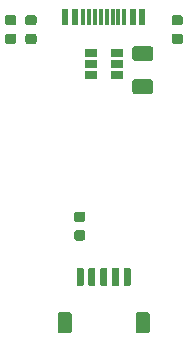
<source format=gbr>
G04 #@! TF.GenerationSoftware,KiCad,Pcbnew,(5.1.5)-3*
G04 #@! TF.CreationDate,2020-04-27T21:47:52+02:00*
G04 #@! TF.ProjectId,unified-usb-pcb_simple,756e6966-6965-4642-9d75-73622d706362,rev?*
G04 #@! TF.SameCoordinates,Original*
G04 #@! TF.FileFunction,Paste,Top*
G04 #@! TF.FilePolarity,Positive*
%FSLAX46Y46*%
G04 Gerber Fmt 4.6, Leading zero omitted, Abs format (unit mm)*
G04 Created by KiCad (PCBNEW (5.1.5)-3) date 2020-04-27 21:47:52*
%MOMM*%
%LPD*%
G04 APERTURE LIST*
%ADD10R,0.600000X1.450000*%
%ADD11R,0.300000X1.450000*%
%ADD12C,0.100000*%
%ADD13R,1.060000X0.650000*%
G04 APERTURE END LIST*
D10*
X27509400Y-25983000D03*
X28309400Y-25983000D03*
X33209400Y-25983000D03*
X34009400Y-25983000D03*
X34009400Y-25983000D03*
X33209400Y-25983000D03*
X28309400Y-25983000D03*
X27509400Y-25983000D03*
D11*
X32509400Y-25983000D03*
X32009400Y-25983000D03*
X31509400Y-25983000D03*
X30509400Y-25983000D03*
X30009400Y-25983000D03*
X29509400Y-25983000D03*
X29009400Y-25983000D03*
X31009400Y-25983000D03*
D12*
G36*
X29005091Y-42464053D02*
G01*
X29026326Y-42467203D01*
X29047150Y-42472419D01*
X29067362Y-42479651D01*
X29086768Y-42488830D01*
X29105181Y-42499866D01*
X29122424Y-42512654D01*
X29138330Y-42527070D01*
X29152746Y-42542976D01*
X29165534Y-42560219D01*
X29176570Y-42578632D01*
X29185749Y-42598038D01*
X29192981Y-42618250D01*
X29198197Y-42639074D01*
X29201347Y-42660309D01*
X29202400Y-42681750D01*
X29202400Y-43119250D01*
X29201347Y-43140691D01*
X29198197Y-43161926D01*
X29192981Y-43182750D01*
X29185749Y-43202962D01*
X29176570Y-43222368D01*
X29165534Y-43240781D01*
X29152746Y-43258024D01*
X29138330Y-43273930D01*
X29122424Y-43288346D01*
X29105181Y-43301134D01*
X29086768Y-43312170D01*
X29067362Y-43321349D01*
X29047150Y-43328581D01*
X29026326Y-43333797D01*
X29005091Y-43336947D01*
X28983650Y-43338000D01*
X28471150Y-43338000D01*
X28449709Y-43336947D01*
X28428474Y-43333797D01*
X28407650Y-43328581D01*
X28387438Y-43321349D01*
X28368032Y-43312170D01*
X28349619Y-43301134D01*
X28332376Y-43288346D01*
X28316470Y-43273930D01*
X28302054Y-43258024D01*
X28289266Y-43240781D01*
X28278230Y-43222368D01*
X28269051Y-43202962D01*
X28261819Y-43182750D01*
X28256603Y-43161926D01*
X28253453Y-43140691D01*
X28252400Y-43119250D01*
X28252400Y-42681750D01*
X28253453Y-42660309D01*
X28256603Y-42639074D01*
X28261819Y-42618250D01*
X28269051Y-42598038D01*
X28278230Y-42578632D01*
X28289266Y-42560219D01*
X28302054Y-42542976D01*
X28316470Y-42527070D01*
X28332376Y-42512654D01*
X28349619Y-42499866D01*
X28368032Y-42488830D01*
X28387438Y-42479651D01*
X28407650Y-42472419D01*
X28428474Y-42467203D01*
X28449709Y-42464053D01*
X28471150Y-42463000D01*
X28983650Y-42463000D01*
X29005091Y-42464053D01*
G37*
G36*
X29005091Y-44039053D02*
G01*
X29026326Y-44042203D01*
X29047150Y-44047419D01*
X29067362Y-44054651D01*
X29086768Y-44063830D01*
X29105181Y-44074866D01*
X29122424Y-44087654D01*
X29138330Y-44102070D01*
X29152746Y-44117976D01*
X29165534Y-44135219D01*
X29176570Y-44153632D01*
X29185749Y-44173038D01*
X29192981Y-44193250D01*
X29198197Y-44214074D01*
X29201347Y-44235309D01*
X29202400Y-44256750D01*
X29202400Y-44694250D01*
X29201347Y-44715691D01*
X29198197Y-44736926D01*
X29192981Y-44757750D01*
X29185749Y-44777962D01*
X29176570Y-44797368D01*
X29165534Y-44815781D01*
X29152746Y-44833024D01*
X29138330Y-44848930D01*
X29122424Y-44863346D01*
X29105181Y-44876134D01*
X29086768Y-44887170D01*
X29067362Y-44896349D01*
X29047150Y-44903581D01*
X29026326Y-44908797D01*
X29005091Y-44911947D01*
X28983650Y-44913000D01*
X28471150Y-44913000D01*
X28449709Y-44911947D01*
X28428474Y-44908797D01*
X28407650Y-44903581D01*
X28387438Y-44896349D01*
X28368032Y-44887170D01*
X28349619Y-44876134D01*
X28332376Y-44863346D01*
X28316470Y-44848930D01*
X28302054Y-44833024D01*
X28289266Y-44815781D01*
X28278230Y-44797368D01*
X28269051Y-44777962D01*
X28261819Y-44757750D01*
X28256603Y-44736926D01*
X28253453Y-44715691D01*
X28252400Y-44694250D01*
X28252400Y-44256750D01*
X28253453Y-44235309D01*
X28256603Y-44214074D01*
X28261819Y-44193250D01*
X28269051Y-44173038D01*
X28278230Y-44153632D01*
X28289266Y-44135219D01*
X28302054Y-44117976D01*
X28316470Y-44102070D01*
X28332376Y-44087654D01*
X28349619Y-44074866D01*
X28368032Y-44063830D01*
X28387438Y-44054651D01*
X28407650Y-44047419D01*
X28428474Y-44042203D01*
X28449709Y-44039053D01*
X28471150Y-44038000D01*
X28983650Y-44038000D01*
X29005091Y-44039053D01*
G37*
G36*
X34433905Y-50964204D02*
G01*
X34458173Y-50967804D01*
X34481972Y-50973765D01*
X34505071Y-50982030D01*
X34527250Y-50992520D01*
X34548293Y-51005132D01*
X34567999Y-51019747D01*
X34586177Y-51036223D01*
X34602653Y-51054401D01*
X34617268Y-51074107D01*
X34629880Y-51095150D01*
X34640370Y-51117329D01*
X34648635Y-51140428D01*
X34654596Y-51164227D01*
X34658196Y-51188495D01*
X34659400Y-51212999D01*
X34659400Y-52513001D01*
X34658196Y-52537505D01*
X34654596Y-52561773D01*
X34648635Y-52585572D01*
X34640370Y-52608671D01*
X34629880Y-52630850D01*
X34617268Y-52651893D01*
X34602653Y-52671599D01*
X34586177Y-52689777D01*
X34567999Y-52706253D01*
X34548293Y-52720868D01*
X34527250Y-52733480D01*
X34505071Y-52743970D01*
X34481972Y-52752235D01*
X34458173Y-52758196D01*
X34433905Y-52761796D01*
X34409401Y-52763000D01*
X33709399Y-52763000D01*
X33684895Y-52761796D01*
X33660627Y-52758196D01*
X33636828Y-52752235D01*
X33613729Y-52743970D01*
X33591550Y-52733480D01*
X33570507Y-52720868D01*
X33550801Y-52706253D01*
X33532623Y-52689777D01*
X33516147Y-52671599D01*
X33501532Y-52651893D01*
X33488920Y-52630850D01*
X33478430Y-52608671D01*
X33470165Y-52585572D01*
X33464204Y-52561773D01*
X33460604Y-52537505D01*
X33459400Y-52513001D01*
X33459400Y-51212999D01*
X33460604Y-51188495D01*
X33464204Y-51164227D01*
X33470165Y-51140428D01*
X33478430Y-51117329D01*
X33488920Y-51095150D01*
X33501532Y-51074107D01*
X33516147Y-51054401D01*
X33532623Y-51036223D01*
X33550801Y-51019747D01*
X33570507Y-51005132D01*
X33591550Y-50992520D01*
X33613729Y-50982030D01*
X33636828Y-50973765D01*
X33660627Y-50967804D01*
X33684895Y-50964204D01*
X33709399Y-50963000D01*
X34409401Y-50963000D01*
X34433905Y-50964204D01*
G37*
G36*
X27833905Y-50964204D02*
G01*
X27858173Y-50967804D01*
X27881972Y-50973765D01*
X27905071Y-50982030D01*
X27927250Y-50992520D01*
X27948293Y-51005132D01*
X27967999Y-51019747D01*
X27986177Y-51036223D01*
X28002653Y-51054401D01*
X28017268Y-51074107D01*
X28029880Y-51095150D01*
X28040370Y-51117329D01*
X28048635Y-51140428D01*
X28054596Y-51164227D01*
X28058196Y-51188495D01*
X28059400Y-51212999D01*
X28059400Y-52513001D01*
X28058196Y-52537505D01*
X28054596Y-52561773D01*
X28048635Y-52585572D01*
X28040370Y-52608671D01*
X28029880Y-52630850D01*
X28017268Y-52651893D01*
X28002653Y-52671599D01*
X27986177Y-52689777D01*
X27967999Y-52706253D01*
X27948293Y-52720868D01*
X27927250Y-52733480D01*
X27905071Y-52743970D01*
X27881972Y-52752235D01*
X27858173Y-52758196D01*
X27833905Y-52761796D01*
X27809401Y-52763000D01*
X27109399Y-52763000D01*
X27084895Y-52761796D01*
X27060627Y-52758196D01*
X27036828Y-52752235D01*
X27013729Y-52743970D01*
X26991550Y-52733480D01*
X26970507Y-52720868D01*
X26950801Y-52706253D01*
X26932623Y-52689777D01*
X26916147Y-52671599D01*
X26901532Y-52651893D01*
X26888920Y-52630850D01*
X26878430Y-52608671D01*
X26870165Y-52585572D01*
X26864204Y-52561773D01*
X26860604Y-52537505D01*
X26859400Y-52513001D01*
X26859400Y-51212999D01*
X26860604Y-51188495D01*
X26864204Y-51164227D01*
X26870165Y-51140428D01*
X26878430Y-51117329D01*
X26888920Y-51095150D01*
X26901532Y-51074107D01*
X26916147Y-51054401D01*
X26932623Y-51036223D01*
X26950801Y-51019747D01*
X26970507Y-51005132D01*
X26991550Y-50992520D01*
X27013729Y-50982030D01*
X27036828Y-50973765D01*
X27060627Y-50967804D01*
X27084895Y-50964204D01*
X27109399Y-50963000D01*
X27809401Y-50963000D01*
X27833905Y-50964204D01*
G37*
G36*
X32924103Y-47213722D02*
G01*
X32938664Y-47215882D01*
X32952943Y-47219459D01*
X32966803Y-47224418D01*
X32980110Y-47230712D01*
X32992736Y-47238280D01*
X33004559Y-47247048D01*
X33015466Y-47256934D01*
X33025352Y-47267841D01*
X33034120Y-47279664D01*
X33041688Y-47292290D01*
X33047982Y-47305597D01*
X33052941Y-47319457D01*
X33056518Y-47333736D01*
X33058678Y-47348297D01*
X33059400Y-47363000D01*
X33059400Y-48613000D01*
X33058678Y-48627703D01*
X33056518Y-48642264D01*
X33052941Y-48656543D01*
X33047982Y-48670403D01*
X33041688Y-48683710D01*
X33034120Y-48696336D01*
X33025352Y-48708159D01*
X33015466Y-48719066D01*
X33004559Y-48728952D01*
X32992736Y-48737720D01*
X32980110Y-48745288D01*
X32966803Y-48751582D01*
X32952943Y-48756541D01*
X32938664Y-48760118D01*
X32924103Y-48762278D01*
X32909400Y-48763000D01*
X32609400Y-48763000D01*
X32594697Y-48762278D01*
X32580136Y-48760118D01*
X32565857Y-48756541D01*
X32551997Y-48751582D01*
X32538690Y-48745288D01*
X32526064Y-48737720D01*
X32514241Y-48728952D01*
X32503334Y-48719066D01*
X32493448Y-48708159D01*
X32484680Y-48696336D01*
X32477112Y-48683710D01*
X32470818Y-48670403D01*
X32465859Y-48656543D01*
X32462282Y-48642264D01*
X32460122Y-48627703D01*
X32459400Y-48613000D01*
X32459400Y-47363000D01*
X32460122Y-47348297D01*
X32462282Y-47333736D01*
X32465859Y-47319457D01*
X32470818Y-47305597D01*
X32477112Y-47292290D01*
X32484680Y-47279664D01*
X32493448Y-47267841D01*
X32503334Y-47256934D01*
X32514241Y-47247048D01*
X32526064Y-47238280D01*
X32538690Y-47230712D01*
X32551997Y-47224418D01*
X32565857Y-47219459D01*
X32580136Y-47215882D01*
X32594697Y-47213722D01*
X32609400Y-47213000D01*
X32909400Y-47213000D01*
X32924103Y-47213722D01*
G37*
G36*
X31924103Y-47213722D02*
G01*
X31938664Y-47215882D01*
X31952943Y-47219459D01*
X31966803Y-47224418D01*
X31980110Y-47230712D01*
X31992736Y-47238280D01*
X32004559Y-47247048D01*
X32015466Y-47256934D01*
X32025352Y-47267841D01*
X32034120Y-47279664D01*
X32041688Y-47292290D01*
X32047982Y-47305597D01*
X32052941Y-47319457D01*
X32056518Y-47333736D01*
X32058678Y-47348297D01*
X32059400Y-47363000D01*
X32059400Y-48613000D01*
X32058678Y-48627703D01*
X32056518Y-48642264D01*
X32052941Y-48656543D01*
X32047982Y-48670403D01*
X32041688Y-48683710D01*
X32034120Y-48696336D01*
X32025352Y-48708159D01*
X32015466Y-48719066D01*
X32004559Y-48728952D01*
X31992736Y-48737720D01*
X31980110Y-48745288D01*
X31966803Y-48751582D01*
X31952943Y-48756541D01*
X31938664Y-48760118D01*
X31924103Y-48762278D01*
X31909400Y-48763000D01*
X31609400Y-48763000D01*
X31594697Y-48762278D01*
X31580136Y-48760118D01*
X31565857Y-48756541D01*
X31551997Y-48751582D01*
X31538690Y-48745288D01*
X31526064Y-48737720D01*
X31514241Y-48728952D01*
X31503334Y-48719066D01*
X31493448Y-48708159D01*
X31484680Y-48696336D01*
X31477112Y-48683710D01*
X31470818Y-48670403D01*
X31465859Y-48656543D01*
X31462282Y-48642264D01*
X31460122Y-48627703D01*
X31459400Y-48613000D01*
X31459400Y-47363000D01*
X31460122Y-47348297D01*
X31462282Y-47333736D01*
X31465859Y-47319457D01*
X31470818Y-47305597D01*
X31477112Y-47292290D01*
X31484680Y-47279664D01*
X31493448Y-47267841D01*
X31503334Y-47256934D01*
X31514241Y-47247048D01*
X31526064Y-47238280D01*
X31538690Y-47230712D01*
X31551997Y-47224418D01*
X31565857Y-47219459D01*
X31580136Y-47215882D01*
X31594697Y-47213722D01*
X31609400Y-47213000D01*
X31909400Y-47213000D01*
X31924103Y-47213722D01*
G37*
G36*
X30924103Y-47213722D02*
G01*
X30938664Y-47215882D01*
X30952943Y-47219459D01*
X30966803Y-47224418D01*
X30980110Y-47230712D01*
X30992736Y-47238280D01*
X31004559Y-47247048D01*
X31015466Y-47256934D01*
X31025352Y-47267841D01*
X31034120Y-47279664D01*
X31041688Y-47292290D01*
X31047982Y-47305597D01*
X31052941Y-47319457D01*
X31056518Y-47333736D01*
X31058678Y-47348297D01*
X31059400Y-47363000D01*
X31059400Y-48613000D01*
X31058678Y-48627703D01*
X31056518Y-48642264D01*
X31052941Y-48656543D01*
X31047982Y-48670403D01*
X31041688Y-48683710D01*
X31034120Y-48696336D01*
X31025352Y-48708159D01*
X31015466Y-48719066D01*
X31004559Y-48728952D01*
X30992736Y-48737720D01*
X30980110Y-48745288D01*
X30966803Y-48751582D01*
X30952943Y-48756541D01*
X30938664Y-48760118D01*
X30924103Y-48762278D01*
X30909400Y-48763000D01*
X30609400Y-48763000D01*
X30594697Y-48762278D01*
X30580136Y-48760118D01*
X30565857Y-48756541D01*
X30551997Y-48751582D01*
X30538690Y-48745288D01*
X30526064Y-48737720D01*
X30514241Y-48728952D01*
X30503334Y-48719066D01*
X30493448Y-48708159D01*
X30484680Y-48696336D01*
X30477112Y-48683710D01*
X30470818Y-48670403D01*
X30465859Y-48656543D01*
X30462282Y-48642264D01*
X30460122Y-48627703D01*
X30459400Y-48613000D01*
X30459400Y-47363000D01*
X30460122Y-47348297D01*
X30462282Y-47333736D01*
X30465859Y-47319457D01*
X30470818Y-47305597D01*
X30477112Y-47292290D01*
X30484680Y-47279664D01*
X30493448Y-47267841D01*
X30503334Y-47256934D01*
X30514241Y-47247048D01*
X30526064Y-47238280D01*
X30538690Y-47230712D01*
X30551997Y-47224418D01*
X30565857Y-47219459D01*
X30580136Y-47215882D01*
X30594697Y-47213722D01*
X30609400Y-47213000D01*
X30909400Y-47213000D01*
X30924103Y-47213722D01*
G37*
G36*
X29924103Y-47213722D02*
G01*
X29938664Y-47215882D01*
X29952943Y-47219459D01*
X29966803Y-47224418D01*
X29980110Y-47230712D01*
X29992736Y-47238280D01*
X30004559Y-47247048D01*
X30015466Y-47256934D01*
X30025352Y-47267841D01*
X30034120Y-47279664D01*
X30041688Y-47292290D01*
X30047982Y-47305597D01*
X30052941Y-47319457D01*
X30056518Y-47333736D01*
X30058678Y-47348297D01*
X30059400Y-47363000D01*
X30059400Y-48613000D01*
X30058678Y-48627703D01*
X30056518Y-48642264D01*
X30052941Y-48656543D01*
X30047982Y-48670403D01*
X30041688Y-48683710D01*
X30034120Y-48696336D01*
X30025352Y-48708159D01*
X30015466Y-48719066D01*
X30004559Y-48728952D01*
X29992736Y-48737720D01*
X29980110Y-48745288D01*
X29966803Y-48751582D01*
X29952943Y-48756541D01*
X29938664Y-48760118D01*
X29924103Y-48762278D01*
X29909400Y-48763000D01*
X29609400Y-48763000D01*
X29594697Y-48762278D01*
X29580136Y-48760118D01*
X29565857Y-48756541D01*
X29551997Y-48751582D01*
X29538690Y-48745288D01*
X29526064Y-48737720D01*
X29514241Y-48728952D01*
X29503334Y-48719066D01*
X29493448Y-48708159D01*
X29484680Y-48696336D01*
X29477112Y-48683710D01*
X29470818Y-48670403D01*
X29465859Y-48656543D01*
X29462282Y-48642264D01*
X29460122Y-48627703D01*
X29459400Y-48613000D01*
X29459400Y-47363000D01*
X29460122Y-47348297D01*
X29462282Y-47333736D01*
X29465859Y-47319457D01*
X29470818Y-47305597D01*
X29477112Y-47292290D01*
X29484680Y-47279664D01*
X29493448Y-47267841D01*
X29503334Y-47256934D01*
X29514241Y-47247048D01*
X29526064Y-47238280D01*
X29538690Y-47230712D01*
X29551997Y-47224418D01*
X29565857Y-47219459D01*
X29580136Y-47215882D01*
X29594697Y-47213722D01*
X29609400Y-47213000D01*
X29909400Y-47213000D01*
X29924103Y-47213722D01*
G37*
G36*
X28924103Y-47213722D02*
G01*
X28938664Y-47215882D01*
X28952943Y-47219459D01*
X28966803Y-47224418D01*
X28980110Y-47230712D01*
X28992736Y-47238280D01*
X29004559Y-47247048D01*
X29015466Y-47256934D01*
X29025352Y-47267841D01*
X29034120Y-47279664D01*
X29041688Y-47292290D01*
X29047982Y-47305597D01*
X29052941Y-47319457D01*
X29056518Y-47333736D01*
X29058678Y-47348297D01*
X29059400Y-47363000D01*
X29059400Y-48613000D01*
X29058678Y-48627703D01*
X29056518Y-48642264D01*
X29052941Y-48656543D01*
X29047982Y-48670403D01*
X29041688Y-48683710D01*
X29034120Y-48696336D01*
X29025352Y-48708159D01*
X29015466Y-48719066D01*
X29004559Y-48728952D01*
X28992736Y-48737720D01*
X28980110Y-48745288D01*
X28966803Y-48751582D01*
X28952943Y-48756541D01*
X28938664Y-48760118D01*
X28924103Y-48762278D01*
X28909400Y-48763000D01*
X28609400Y-48763000D01*
X28594697Y-48762278D01*
X28580136Y-48760118D01*
X28565857Y-48756541D01*
X28551997Y-48751582D01*
X28538690Y-48745288D01*
X28526064Y-48737720D01*
X28514241Y-48728952D01*
X28503334Y-48719066D01*
X28493448Y-48708159D01*
X28484680Y-48696336D01*
X28477112Y-48683710D01*
X28470818Y-48670403D01*
X28465859Y-48656543D01*
X28462282Y-48642264D01*
X28460122Y-48627703D01*
X28459400Y-48613000D01*
X28459400Y-47363000D01*
X28460122Y-47348297D01*
X28462282Y-47333736D01*
X28465859Y-47319457D01*
X28470818Y-47305597D01*
X28477112Y-47292290D01*
X28484680Y-47279664D01*
X28493448Y-47267841D01*
X28503334Y-47256934D01*
X28514241Y-47247048D01*
X28526064Y-47238280D01*
X28538690Y-47230712D01*
X28551997Y-47224418D01*
X28565857Y-47219459D01*
X28580136Y-47215882D01*
X28594697Y-47213722D01*
X28609400Y-47213000D01*
X28909400Y-47213000D01*
X28924103Y-47213722D01*
G37*
G36*
X37260091Y-25827053D02*
G01*
X37281326Y-25830203D01*
X37302150Y-25835419D01*
X37322362Y-25842651D01*
X37341768Y-25851830D01*
X37360181Y-25862866D01*
X37377424Y-25875654D01*
X37393330Y-25890070D01*
X37407746Y-25905976D01*
X37420534Y-25923219D01*
X37431570Y-25941632D01*
X37440749Y-25961038D01*
X37447981Y-25981250D01*
X37453197Y-26002074D01*
X37456347Y-26023309D01*
X37457400Y-26044750D01*
X37457400Y-26482250D01*
X37456347Y-26503691D01*
X37453197Y-26524926D01*
X37447981Y-26545750D01*
X37440749Y-26565962D01*
X37431570Y-26585368D01*
X37420534Y-26603781D01*
X37407746Y-26621024D01*
X37393330Y-26636930D01*
X37377424Y-26651346D01*
X37360181Y-26664134D01*
X37341768Y-26675170D01*
X37322362Y-26684349D01*
X37302150Y-26691581D01*
X37281326Y-26696797D01*
X37260091Y-26699947D01*
X37238650Y-26701000D01*
X36726150Y-26701000D01*
X36704709Y-26699947D01*
X36683474Y-26696797D01*
X36662650Y-26691581D01*
X36642438Y-26684349D01*
X36623032Y-26675170D01*
X36604619Y-26664134D01*
X36587376Y-26651346D01*
X36571470Y-26636930D01*
X36557054Y-26621024D01*
X36544266Y-26603781D01*
X36533230Y-26585368D01*
X36524051Y-26565962D01*
X36516819Y-26545750D01*
X36511603Y-26524926D01*
X36508453Y-26503691D01*
X36507400Y-26482250D01*
X36507400Y-26044750D01*
X36508453Y-26023309D01*
X36511603Y-26002074D01*
X36516819Y-25981250D01*
X36524051Y-25961038D01*
X36533230Y-25941632D01*
X36544266Y-25923219D01*
X36557054Y-25905976D01*
X36571470Y-25890070D01*
X36587376Y-25875654D01*
X36604619Y-25862866D01*
X36623032Y-25851830D01*
X36642438Y-25842651D01*
X36662650Y-25835419D01*
X36683474Y-25830203D01*
X36704709Y-25827053D01*
X36726150Y-25826000D01*
X37238650Y-25826000D01*
X37260091Y-25827053D01*
G37*
G36*
X37260091Y-27402053D02*
G01*
X37281326Y-27405203D01*
X37302150Y-27410419D01*
X37322362Y-27417651D01*
X37341768Y-27426830D01*
X37360181Y-27437866D01*
X37377424Y-27450654D01*
X37393330Y-27465070D01*
X37407746Y-27480976D01*
X37420534Y-27498219D01*
X37431570Y-27516632D01*
X37440749Y-27536038D01*
X37447981Y-27556250D01*
X37453197Y-27577074D01*
X37456347Y-27598309D01*
X37457400Y-27619750D01*
X37457400Y-28057250D01*
X37456347Y-28078691D01*
X37453197Y-28099926D01*
X37447981Y-28120750D01*
X37440749Y-28140962D01*
X37431570Y-28160368D01*
X37420534Y-28178781D01*
X37407746Y-28196024D01*
X37393330Y-28211930D01*
X37377424Y-28226346D01*
X37360181Y-28239134D01*
X37341768Y-28250170D01*
X37322362Y-28259349D01*
X37302150Y-28266581D01*
X37281326Y-28271797D01*
X37260091Y-28274947D01*
X37238650Y-28276000D01*
X36726150Y-28276000D01*
X36704709Y-28274947D01*
X36683474Y-28271797D01*
X36662650Y-28266581D01*
X36642438Y-28259349D01*
X36623032Y-28250170D01*
X36604619Y-28239134D01*
X36587376Y-28226346D01*
X36571470Y-28211930D01*
X36557054Y-28196024D01*
X36544266Y-28178781D01*
X36533230Y-28160368D01*
X36524051Y-28140962D01*
X36516819Y-28120750D01*
X36511603Y-28099926D01*
X36508453Y-28078691D01*
X36507400Y-28057250D01*
X36507400Y-27619750D01*
X36508453Y-27598309D01*
X36511603Y-27577074D01*
X36516819Y-27556250D01*
X36524051Y-27536038D01*
X36533230Y-27516632D01*
X36544266Y-27498219D01*
X36557054Y-27480976D01*
X36571470Y-27465070D01*
X36587376Y-27450654D01*
X36604619Y-27437866D01*
X36623032Y-27426830D01*
X36642438Y-27417651D01*
X36662650Y-27410419D01*
X36683474Y-27405203D01*
X36704709Y-27402053D01*
X36726150Y-27401000D01*
X37238650Y-27401000D01*
X37260091Y-27402053D01*
G37*
G36*
X24877591Y-25827053D02*
G01*
X24898826Y-25830203D01*
X24919650Y-25835419D01*
X24939862Y-25842651D01*
X24959268Y-25851830D01*
X24977681Y-25862866D01*
X24994924Y-25875654D01*
X25010830Y-25890070D01*
X25025246Y-25905976D01*
X25038034Y-25923219D01*
X25049070Y-25941632D01*
X25058249Y-25961038D01*
X25065481Y-25981250D01*
X25070697Y-26002074D01*
X25073847Y-26023309D01*
X25074900Y-26044750D01*
X25074900Y-26482250D01*
X25073847Y-26503691D01*
X25070697Y-26524926D01*
X25065481Y-26545750D01*
X25058249Y-26565962D01*
X25049070Y-26585368D01*
X25038034Y-26603781D01*
X25025246Y-26621024D01*
X25010830Y-26636930D01*
X24994924Y-26651346D01*
X24977681Y-26664134D01*
X24959268Y-26675170D01*
X24939862Y-26684349D01*
X24919650Y-26691581D01*
X24898826Y-26696797D01*
X24877591Y-26699947D01*
X24856150Y-26701000D01*
X24343650Y-26701000D01*
X24322209Y-26699947D01*
X24300974Y-26696797D01*
X24280150Y-26691581D01*
X24259938Y-26684349D01*
X24240532Y-26675170D01*
X24222119Y-26664134D01*
X24204876Y-26651346D01*
X24188970Y-26636930D01*
X24174554Y-26621024D01*
X24161766Y-26603781D01*
X24150730Y-26585368D01*
X24141551Y-26565962D01*
X24134319Y-26545750D01*
X24129103Y-26524926D01*
X24125953Y-26503691D01*
X24124900Y-26482250D01*
X24124900Y-26044750D01*
X24125953Y-26023309D01*
X24129103Y-26002074D01*
X24134319Y-25981250D01*
X24141551Y-25961038D01*
X24150730Y-25941632D01*
X24161766Y-25923219D01*
X24174554Y-25905976D01*
X24188970Y-25890070D01*
X24204876Y-25875654D01*
X24222119Y-25862866D01*
X24240532Y-25851830D01*
X24259938Y-25842651D01*
X24280150Y-25835419D01*
X24300974Y-25830203D01*
X24322209Y-25827053D01*
X24343650Y-25826000D01*
X24856150Y-25826000D01*
X24877591Y-25827053D01*
G37*
G36*
X24877591Y-27402053D02*
G01*
X24898826Y-27405203D01*
X24919650Y-27410419D01*
X24939862Y-27417651D01*
X24959268Y-27426830D01*
X24977681Y-27437866D01*
X24994924Y-27450654D01*
X25010830Y-27465070D01*
X25025246Y-27480976D01*
X25038034Y-27498219D01*
X25049070Y-27516632D01*
X25058249Y-27536038D01*
X25065481Y-27556250D01*
X25070697Y-27577074D01*
X25073847Y-27598309D01*
X25074900Y-27619750D01*
X25074900Y-28057250D01*
X25073847Y-28078691D01*
X25070697Y-28099926D01*
X25065481Y-28120750D01*
X25058249Y-28140962D01*
X25049070Y-28160368D01*
X25038034Y-28178781D01*
X25025246Y-28196024D01*
X25010830Y-28211930D01*
X24994924Y-28226346D01*
X24977681Y-28239134D01*
X24959268Y-28250170D01*
X24939862Y-28259349D01*
X24919650Y-28266581D01*
X24898826Y-28271797D01*
X24877591Y-28274947D01*
X24856150Y-28276000D01*
X24343650Y-28276000D01*
X24322209Y-28274947D01*
X24300974Y-28271797D01*
X24280150Y-28266581D01*
X24259938Y-28259349D01*
X24240532Y-28250170D01*
X24222119Y-28239134D01*
X24204876Y-28226346D01*
X24188970Y-28211930D01*
X24174554Y-28196024D01*
X24161766Y-28178781D01*
X24150730Y-28160368D01*
X24141551Y-28140962D01*
X24134319Y-28120750D01*
X24129103Y-28099926D01*
X24125953Y-28078691D01*
X24124900Y-28057250D01*
X24124900Y-27619750D01*
X24125953Y-27598309D01*
X24129103Y-27577074D01*
X24134319Y-27556250D01*
X24141551Y-27536038D01*
X24150730Y-27516632D01*
X24161766Y-27498219D01*
X24174554Y-27480976D01*
X24188970Y-27465070D01*
X24204876Y-27450654D01*
X24222119Y-27437866D01*
X24240532Y-27426830D01*
X24259938Y-27417651D01*
X24280150Y-27410419D01*
X24300974Y-27405203D01*
X24322209Y-27402053D01*
X24343650Y-27401000D01*
X24856150Y-27401000D01*
X24877591Y-27402053D01*
G37*
D13*
X31859400Y-29972000D03*
X31859400Y-29022000D03*
X31859400Y-30922000D03*
X29659400Y-30922000D03*
X29659400Y-29972000D03*
X29659400Y-29022000D03*
D12*
G36*
X23163091Y-25827053D02*
G01*
X23184326Y-25830203D01*
X23205150Y-25835419D01*
X23225362Y-25842651D01*
X23244768Y-25851830D01*
X23263181Y-25862866D01*
X23280424Y-25875654D01*
X23296330Y-25890070D01*
X23310746Y-25905976D01*
X23323534Y-25923219D01*
X23334570Y-25941632D01*
X23343749Y-25961038D01*
X23350981Y-25981250D01*
X23356197Y-26002074D01*
X23359347Y-26023309D01*
X23360400Y-26044750D01*
X23360400Y-26482250D01*
X23359347Y-26503691D01*
X23356197Y-26524926D01*
X23350981Y-26545750D01*
X23343749Y-26565962D01*
X23334570Y-26585368D01*
X23323534Y-26603781D01*
X23310746Y-26621024D01*
X23296330Y-26636930D01*
X23280424Y-26651346D01*
X23263181Y-26664134D01*
X23244768Y-26675170D01*
X23225362Y-26684349D01*
X23205150Y-26691581D01*
X23184326Y-26696797D01*
X23163091Y-26699947D01*
X23141650Y-26701000D01*
X22629150Y-26701000D01*
X22607709Y-26699947D01*
X22586474Y-26696797D01*
X22565650Y-26691581D01*
X22545438Y-26684349D01*
X22526032Y-26675170D01*
X22507619Y-26664134D01*
X22490376Y-26651346D01*
X22474470Y-26636930D01*
X22460054Y-26621024D01*
X22447266Y-26603781D01*
X22436230Y-26585368D01*
X22427051Y-26565962D01*
X22419819Y-26545750D01*
X22414603Y-26524926D01*
X22411453Y-26503691D01*
X22410400Y-26482250D01*
X22410400Y-26044750D01*
X22411453Y-26023309D01*
X22414603Y-26002074D01*
X22419819Y-25981250D01*
X22427051Y-25961038D01*
X22436230Y-25941632D01*
X22447266Y-25923219D01*
X22460054Y-25905976D01*
X22474470Y-25890070D01*
X22490376Y-25875654D01*
X22507619Y-25862866D01*
X22526032Y-25851830D01*
X22545438Y-25842651D01*
X22565650Y-25835419D01*
X22586474Y-25830203D01*
X22607709Y-25827053D01*
X22629150Y-25826000D01*
X23141650Y-25826000D01*
X23163091Y-25827053D01*
G37*
G36*
X23163091Y-27402053D02*
G01*
X23184326Y-27405203D01*
X23205150Y-27410419D01*
X23225362Y-27417651D01*
X23244768Y-27426830D01*
X23263181Y-27437866D01*
X23280424Y-27450654D01*
X23296330Y-27465070D01*
X23310746Y-27480976D01*
X23323534Y-27498219D01*
X23334570Y-27516632D01*
X23343749Y-27536038D01*
X23350981Y-27556250D01*
X23356197Y-27577074D01*
X23359347Y-27598309D01*
X23360400Y-27619750D01*
X23360400Y-28057250D01*
X23359347Y-28078691D01*
X23356197Y-28099926D01*
X23350981Y-28120750D01*
X23343749Y-28140962D01*
X23334570Y-28160368D01*
X23323534Y-28178781D01*
X23310746Y-28196024D01*
X23296330Y-28211930D01*
X23280424Y-28226346D01*
X23263181Y-28239134D01*
X23244768Y-28250170D01*
X23225362Y-28259349D01*
X23205150Y-28266581D01*
X23184326Y-28271797D01*
X23163091Y-28274947D01*
X23141650Y-28276000D01*
X22629150Y-28276000D01*
X22607709Y-28274947D01*
X22586474Y-28271797D01*
X22565650Y-28266581D01*
X22545438Y-28259349D01*
X22526032Y-28250170D01*
X22507619Y-28239134D01*
X22490376Y-28226346D01*
X22474470Y-28211930D01*
X22460054Y-28196024D01*
X22447266Y-28178781D01*
X22436230Y-28160368D01*
X22427051Y-28140962D01*
X22419819Y-28120750D01*
X22414603Y-28099926D01*
X22411453Y-28078691D01*
X22410400Y-28057250D01*
X22410400Y-27619750D01*
X22411453Y-27598309D01*
X22414603Y-27577074D01*
X22419819Y-27556250D01*
X22427051Y-27536038D01*
X22436230Y-27516632D01*
X22447266Y-27498219D01*
X22460054Y-27480976D01*
X22474470Y-27465070D01*
X22490376Y-27450654D01*
X22507619Y-27437866D01*
X22526032Y-27426830D01*
X22545438Y-27417651D01*
X22565650Y-27410419D01*
X22586474Y-27405203D01*
X22607709Y-27402053D01*
X22629150Y-27401000D01*
X23141650Y-27401000D01*
X23163091Y-27402053D01*
G37*
G36*
X34710904Y-28456204D02*
G01*
X34735173Y-28459804D01*
X34758971Y-28465765D01*
X34782071Y-28474030D01*
X34804249Y-28484520D01*
X34825293Y-28497133D01*
X34844998Y-28511747D01*
X34863177Y-28528223D01*
X34879653Y-28546402D01*
X34894267Y-28566107D01*
X34906880Y-28587151D01*
X34917370Y-28609329D01*
X34925635Y-28632429D01*
X34931596Y-28656227D01*
X34935196Y-28680496D01*
X34936400Y-28705000D01*
X34936400Y-29455000D01*
X34935196Y-29479504D01*
X34931596Y-29503773D01*
X34925635Y-29527571D01*
X34917370Y-29550671D01*
X34906880Y-29572849D01*
X34894267Y-29593893D01*
X34879653Y-29613598D01*
X34863177Y-29631777D01*
X34844998Y-29648253D01*
X34825293Y-29662867D01*
X34804249Y-29675480D01*
X34782071Y-29685970D01*
X34758971Y-29694235D01*
X34735173Y-29700196D01*
X34710904Y-29703796D01*
X34686400Y-29705000D01*
X33436400Y-29705000D01*
X33411896Y-29703796D01*
X33387627Y-29700196D01*
X33363829Y-29694235D01*
X33340729Y-29685970D01*
X33318551Y-29675480D01*
X33297507Y-29662867D01*
X33277802Y-29648253D01*
X33259623Y-29631777D01*
X33243147Y-29613598D01*
X33228533Y-29593893D01*
X33215920Y-29572849D01*
X33205430Y-29550671D01*
X33197165Y-29527571D01*
X33191204Y-29503773D01*
X33187604Y-29479504D01*
X33186400Y-29455000D01*
X33186400Y-28705000D01*
X33187604Y-28680496D01*
X33191204Y-28656227D01*
X33197165Y-28632429D01*
X33205430Y-28609329D01*
X33215920Y-28587151D01*
X33228533Y-28566107D01*
X33243147Y-28546402D01*
X33259623Y-28528223D01*
X33277802Y-28511747D01*
X33297507Y-28497133D01*
X33318551Y-28484520D01*
X33340729Y-28474030D01*
X33363829Y-28465765D01*
X33387627Y-28459804D01*
X33411896Y-28456204D01*
X33436400Y-28455000D01*
X34686400Y-28455000D01*
X34710904Y-28456204D01*
G37*
G36*
X34710904Y-31256204D02*
G01*
X34735173Y-31259804D01*
X34758971Y-31265765D01*
X34782071Y-31274030D01*
X34804249Y-31284520D01*
X34825293Y-31297133D01*
X34844998Y-31311747D01*
X34863177Y-31328223D01*
X34879653Y-31346402D01*
X34894267Y-31366107D01*
X34906880Y-31387151D01*
X34917370Y-31409329D01*
X34925635Y-31432429D01*
X34931596Y-31456227D01*
X34935196Y-31480496D01*
X34936400Y-31505000D01*
X34936400Y-32255000D01*
X34935196Y-32279504D01*
X34931596Y-32303773D01*
X34925635Y-32327571D01*
X34917370Y-32350671D01*
X34906880Y-32372849D01*
X34894267Y-32393893D01*
X34879653Y-32413598D01*
X34863177Y-32431777D01*
X34844998Y-32448253D01*
X34825293Y-32462867D01*
X34804249Y-32475480D01*
X34782071Y-32485970D01*
X34758971Y-32494235D01*
X34735173Y-32500196D01*
X34710904Y-32503796D01*
X34686400Y-32505000D01*
X33436400Y-32505000D01*
X33411896Y-32503796D01*
X33387627Y-32500196D01*
X33363829Y-32494235D01*
X33340729Y-32485970D01*
X33318551Y-32475480D01*
X33297507Y-32462867D01*
X33277802Y-32448253D01*
X33259623Y-32431777D01*
X33243147Y-32413598D01*
X33228533Y-32393893D01*
X33215920Y-32372849D01*
X33205430Y-32350671D01*
X33197165Y-32327571D01*
X33191204Y-32303773D01*
X33187604Y-32279504D01*
X33186400Y-32255000D01*
X33186400Y-31505000D01*
X33187604Y-31480496D01*
X33191204Y-31456227D01*
X33197165Y-31432429D01*
X33205430Y-31409329D01*
X33215920Y-31387151D01*
X33228533Y-31366107D01*
X33243147Y-31346402D01*
X33259623Y-31328223D01*
X33277802Y-31311747D01*
X33297507Y-31297133D01*
X33318551Y-31284520D01*
X33340729Y-31274030D01*
X33363829Y-31265765D01*
X33387627Y-31259804D01*
X33411896Y-31256204D01*
X33436400Y-31255000D01*
X34686400Y-31255000D01*
X34710904Y-31256204D01*
G37*
M02*

</source>
